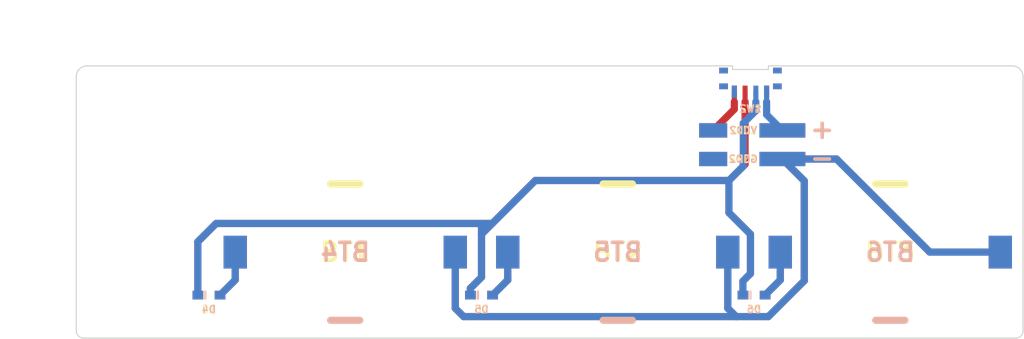
<source format=kicad_pcb>
(kicad_pcb (version 4) (host pcbnew 4.0.7)

  (general
    (links 24)
    (no_connects 4)
    (area 72.150001 35.3 215.100001 82.075001)
    (thickness 1.6)
    (drawings 26)
    (tracks 84)
    (zones 0)
    (modules 21)
    (nets 13)
  )

  (page A4)
  (layers
    (0 F.Cu signal)
    (31 B.Cu signal)
    (32 B.Adhes user)
    (33 F.Adhes user)
    (34 B.Paste user)
    (35 F.Paste user)
    (36 B.SilkS user)
    (37 F.SilkS user)
    (38 B.Mask user)
    (39 F.Mask user)
    (40 Dwgs.User user)
    (41 Cmts.User user)
    (42 Eco1.User user)
    (43 Eco2.User user)
    (44 Edge.Cuts user)
    (45 Margin user)
    (46 B.CrtYd user)
    (47 F.CrtYd user)
    (48 B.Fab user)
    (49 F.Fab user hide)
  )

  (setup
    (last_trace_width 1)
    (trace_clearance 0.2)
    (zone_clearance 0.3)
    (zone_45_only yes)
    (trace_min 0.2)
    (segment_width 0.5)
    (edge_width 0.15)
    (via_size 0.6)
    (via_drill 0.4)
    (via_min_size 0.4)
    (via_min_drill 0.3)
    (uvia_size 0.3)
    (uvia_drill 0.1)
    (uvias_allowed no)
    (uvia_min_size 0.2)
    (uvia_min_drill 0.1)
    (pcb_text_width 0.3)
    (pcb_text_size 1.5 1.5)
    (mod_edge_width 0.15)
    (mod_text_size 1 1)
    (mod_text_width 0.15)
    (pad_size 1.2 0.8)
    (pad_drill 0)
    (pad_to_mask_clearance 0.2)
    (aux_axis_origin 83 82)
    (grid_origin 215 44)
    (visible_elements 7FFFF7FF)
    (pcbplotparams
      (layerselection 0x010f0_80000001)
      (usegerberextensions true)
      (excludeedgelayer true)
      (linewidth 0.100000)
      (plotframeref false)
      (viasonmask false)
      (mode 1)
      (useauxorigin false)
      (hpglpennumber 1)
      (hpglpenspeed 20)
      (hpglpendiameter 15)
      (hpglpenoverlay 2)
      (psnegative false)
      (psa4output false)
      (plotreference true)
      (plotvalue true)
      (plotinvisibletext false)
      (padsonsilk false)
      (subtractmaskfromsilk true)
      (outputformat 1)
      (mirror false)
      (drillshape 0)
      (scaleselection 1)
      (outputdirectory Gerber/))
  )

  (net 0 "")
  (net 1 "Net-(BT1-Pad2)")
  (net 2 "Net-(BT1-Pad1)")
  (net 3 "Net-(BT2-Pad1)")
  (net 4 "Net-(BT3-Pad1)")
  (net 5 "Net-(D1-Pad1)")
  (net 6 "Net-(BT4-Pad2)")
  (net 7 "Net-(BT4-Pad1)")
  (net 8 "Net-(BT5-Pad1)")
  (net 9 "Net-(BT6-Pad1)")
  (net 10 "Net-(D4-Pad1)")
  (net 11 "Net-(SW1-Pad3)")
  (net 12 "Net-(SW2-Pad3)")

  (net_class Default "これは標準のネット クラスです。"
    (clearance 0.2)
    (trace_width 1)
    (via_dia 0.6)
    (via_drill 0.4)
    (uvia_dia 0.3)
    (uvia_drill 0.1)
    (add_net "Net-(BT1-Pad1)")
    (add_net "Net-(BT1-Pad2)")
    (add_net "Net-(BT2-Pad1)")
    (add_net "Net-(BT3-Pad1)")
    (add_net "Net-(BT4-Pad1)")
    (add_net "Net-(BT4-Pad2)")
    (add_net "Net-(BT5-Pad1)")
    (add_net "Net-(BT6-Pad1)")
  )

  (net_class 0.7 ""
    (clearance 0.2)
    (trace_width 0.7)
    (via_dia 0.6)
    (via_drill 0.4)
    (uvia_dia 0.3)
    (uvia_drill 0.1)
    (add_net "Net-(D1-Pad1)")
    (add_net "Net-(D4-Pad1)")
    (add_net "Net-(SW1-Pad3)")
    (add_net "Net-(SW2-Pad3)")
  )

  (module Mounting_Holes:MountingHole_2.2mm_M2 (layer F.Cu) (tedit 5AAA1A6E) (tstamp 5AAA0381)
    (at 101.5 62.5)
    (descr "Mounting Hole 2.2mm, no annular, M2")
    (tags "mounting hole 2.2mm no annular m2")
    (attr virtual)
    (fp_text reference REF** (at 0 -3.2) (layer F.SilkS) hide
      (effects (font (size 1 1) (thickness 0.15)))
    )
    (fp_text value MountingHole_2.2mm_M2 (at 0 3.2) (layer F.Fab)
      (effects (font (size 1 1) (thickness 0.15)))
    )
    (fp_text user %R (at 0.3 0) (layer F.Fab)
      (effects (font (size 1 1) (thickness 0.15)))
    )
    (fp_circle (center 0 0) (end 2.2 0) (layer Cmts.User) (width 0.15))
    (fp_circle (center 0 0) (end 2.45 0) (layer F.CrtYd) (width 0.05))
    (pad 1 np_thru_hole circle (at 0 0) (size 2.2 2.2) (drill 2.2) (layers *.Cu *.Mask))
  )

  (module Mounting_Holes:MountingHole_2.2mm_M2 (layer F.Cu) (tedit 5AAA1A6B) (tstamp 5AAA03A7)
    (at 139.5 62.5)
    (descr "Mounting Hole 2.2mm, no annular, M2")
    (tags "mounting hole 2.2mm no annular m2")
    (attr virtual)
    (fp_text reference REF** (at 0 -3.2) (layer F.SilkS) hide
      (effects (font (size 1 1) (thickness 0.15)))
    )
    (fp_text value MountingHole_2.2mm_M2 (at 0 3.2) (layer F.Fab)
      (effects (font (size 1 1) (thickness 0.15)))
    )
    (fp_text user %R (at 0.3 0) (layer F.Fab)
      (effects (font (size 1 1) (thickness 0.15)))
    )
    (fp_circle (center 0 0) (end 2.2 0) (layer Cmts.User) (width 0.15))
    (fp_circle (center 0 0) (end 2.45 0) (layer F.CrtYd) (width 0.05))
    (pad 1 np_thru_hole circle (at 0 0) (size 2.2 2.2) (drill 2.2) (layers *.Cu *.Mask))
  )

  (module Mounting_Holes:MountingHole_2.2mm_M2 (layer F.Cu) (tedit 5AAA1A69) (tstamp 5AAA03AF)
    (at 177.5 62.5)
    (descr "Mounting Hole 2.2mm, no annular, M2")
    (tags "mounting hole 2.2mm no annular m2")
    (attr virtual)
    (fp_text reference REF** (at 0 -3.2) (layer F.SilkS) hide
      (effects (font (size 1 1) (thickness 0.15)))
    )
    (fp_text value MountingHole_2.2mm_M2 (at 0 3.2) (layer F.Fab)
      (effects (font (size 1 1) (thickness 0.15)))
    )
    (fp_text user %R (at 0.3 0) (layer F.Fab)
      (effects (font (size 1 1) (thickness 0.15)))
    )
    (fp_circle (center 0 0) (end 2.2 0) (layer Cmts.User) (width 0.15))
    (fp_circle (center 0 0) (end 2.45 0) (layer F.CrtYd) (width 0.05))
    (pad 1 np_thru_hole circle (at 0 0) (size 2.2 2.2) (drill 2.2) (layers *.Cu *.Mask))
  )

  (module Footprints:BHSD-2032-SM (layer F.Cu) (tedit 5AAD11BB) (tstamp 5AA60B73)
    (at 196.5 70)
    (path /5A965665)
    (fp_text reference BT3 (at 0 0) (layer F.SilkS)
      (effects (font (size 2.5 2.5) (thickness 0.5)))
    )
    (fp_text value Battery_Cell (at 0 3.048) (layer F.Fab)
      (effects (font (size 1 1) (thickness 0.15)))
    )
    (fp_line (start -2.04 -9.52) (end 2.04 -9.52) (layer F.SilkS) (width 1))
    (fp_line (start -14 -8) (end -14 8) (layer F.CrtYd) (width 0.15))
    (fp_line (start -14 8) (end 14 8) (layer F.CrtYd) (width 0.15))
    (fp_line (start 14 8) (end 14 -8) (layer F.CrtYd) (width 0.15))
    (fp_line (start 14 -8) (end -14 -8) (layer F.CrtYd) (width 0.15))
    (fp_circle (center 0 0) (end 0 -11.5) (layer F.CrtYd) (width 0.15))
    (pad 2 smd rect (at 15.34 0) (size 3.25 4.57) (layers F.Cu F.Paste F.Mask)
      (net 1 "Net-(BT1-Pad2)"))
    (pad 1 smd rect (at -15.34 0) (size 3.25 4.57) (layers F.Cu F.Paste F.Mask)
      (net 4 "Net-(BT3-Pad1)"))
  )

  (module Footprints:BHSD-2032-SM (layer F.Cu) (tedit 5AAD11BB) (tstamp 5AA60B6D)
    (at 158.5 70)
    (path /5A965629)
    (fp_text reference BT2 (at 0 0) (layer F.SilkS)
      (effects (font (size 2.5 2.5) (thickness 0.5)))
    )
    (fp_text value Battery_Cell (at 0 3.048) (layer F.Fab)
      (effects (font (size 1 1) (thickness 0.15)))
    )
    (fp_line (start -2.04 -9.52) (end 2.04 -9.52) (layer F.SilkS) (width 1))
    (fp_line (start -14 -8) (end -14 8) (layer F.CrtYd) (width 0.15))
    (fp_line (start -14 8) (end 14 8) (layer F.CrtYd) (width 0.15))
    (fp_line (start 14 8) (end 14 -8) (layer F.CrtYd) (width 0.15))
    (fp_line (start 14 -8) (end -14 -8) (layer F.CrtYd) (width 0.15))
    (fp_circle (center 0 0) (end 0 -11.5) (layer F.CrtYd) (width 0.15))
    (pad 2 smd rect (at 15.34 0) (size 3.25 4.57) (layers F.Cu F.Paste F.Mask)
      (net 1 "Net-(BT1-Pad2)"))
    (pad 1 smd rect (at -15.34 0) (size 3.25 4.57) (layers F.Cu F.Paste F.Mask)
      (net 3 "Net-(BT2-Pad1)"))
  )

  (module Footprints:BHSD-2032-SM (layer F.Cu) (tedit 5AAD11BB) (tstamp 5AA60B67)
    (at 120.5 70)
    (path /5A9655B9)
    (fp_text reference BT1 (at 0 0) (layer F.SilkS)
      (effects (font (size 2.5 2.5) (thickness 0.5)))
    )
    (fp_text value Battery_Cell (at 0 3.048) (layer F.Fab)
      (effects (font (size 1 1) (thickness 0.15)))
    )
    (fp_line (start -2.04 -9.52) (end 2.04 -9.52) (layer F.SilkS) (width 1))
    (fp_line (start -14 -8) (end -14 8) (layer F.CrtYd) (width 0.15))
    (fp_line (start -14 8) (end 14 8) (layer F.CrtYd) (width 0.15))
    (fp_line (start 14 8) (end 14 -8) (layer F.CrtYd) (width 0.15))
    (fp_line (start 14 -8) (end -14 -8) (layer F.CrtYd) (width 0.15))
    (fp_circle (center 0 0) (end 0 -11.5) (layer F.CrtYd) (width 0.15))
    (pad 2 smd rect (at 15.34 0) (size 3.25 4.57) (layers F.Cu F.Paste F.Mask)
      (net 1 "Net-(BT1-Pad2)"))
    (pad 1 smd rect (at -15.34 0) (size 3.25 4.57) (layers F.Cu F.Paste F.Mask)
      (net 2 "Net-(BT1-Pad1)"))
  )

  (module Footprints:BHSD-2032-SM (layer B.Cu) (tedit 5AAD11BB) (tstamp 5AAA0068)
    (at 120.5 70)
    (path /5AAA03B9)
    (fp_text reference BT4 (at 0 0) (layer B.SilkS)
      (effects (font (size 2.5 2.5) (thickness 0.5)) (justify mirror))
    )
    (fp_text value Battery_Cell (at 0 -3.048) (layer B.Fab)
      (effects (font (size 1 1) (thickness 0.15)) (justify mirror))
    )
    (fp_line (start -2.04 9.52) (end 2.04 9.52) (layer B.SilkS) (width 1))
    (fp_line (start -14 8) (end -14 -8) (layer B.CrtYd) (width 0.15))
    (fp_line (start -14 -8) (end 14 -8) (layer B.CrtYd) (width 0.15))
    (fp_line (start 14 -8) (end 14 8) (layer B.CrtYd) (width 0.15))
    (fp_line (start 14 8) (end -14 8) (layer B.CrtYd) (width 0.15))
    (fp_circle (center 0 0) (end 0 11.5) (layer B.CrtYd) (width 0.15))
    (pad 2 smd rect (at 15.34 0) (size 3.25 4.57) (layers B.Cu B.Paste B.Mask)
      (net 6 "Net-(BT4-Pad2)"))
    (pad 1 smd rect (at -15.34 0) (size 3.25 4.57) (layers B.Cu B.Paste B.Mask)
      (net 7 "Net-(BT4-Pad1)"))
  )

  (module Footprints:BHSD-2032-SM (layer B.Cu) (tedit 5AAD11BB) (tstamp 5AAA006E)
    (at 158.5 70)
    (path /5AAA03BF)
    (fp_text reference BT5 (at 0 0) (layer B.SilkS)
      (effects (font (size 2.5 2.5) (thickness 0.5)) (justify mirror))
    )
    (fp_text value Battery_Cell (at 0 -3.048) (layer B.Fab)
      (effects (font (size 1 1) (thickness 0.15)) (justify mirror))
    )
    (fp_line (start -2.04 9.52) (end 2.04 9.52) (layer B.SilkS) (width 1))
    (fp_line (start -14 8) (end -14 -8) (layer B.CrtYd) (width 0.15))
    (fp_line (start -14 -8) (end 14 -8) (layer B.CrtYd) (width 0.15))
    (fp_line (start 14 -8) (end 14 8) (layer B.CrtYd) (width 0.15))
    (fp_line (start 14 8) (end -14 8) (layer B.CrtYd) (width 0.15))
    (fp_circle (center 0 0) (end 0 11.5) (layer B.CrtYd) (width 0.15))
    (pad 2 smd rect (at 15.34 0) (size 3.25 4.57) (layers B.Cu B.Paste B.Mask)
      (net 6 "Net-(BT4-Pad2)"))
    (pad 1 smd rect (at -15.34 0) (size 3.25 4.57) (layers B.Cu B.Paste B.Mask)
      (net 8 "Net-(BT5-Pad1)"))
  )

  (module Footprints:BHSD-2032-SM (layer B.Cu) (tedit 5AAD11BB) (tstamp 5AAA0074)
    (at 196.5 70)
    (path /5AAA03C5)
    (fp_text reference BT6 (at 0 0) (layer B.SilkS)
      (effects (font (size 2.5 2.5) (thickness 0.5)) (justify mirror))
    )
    (fp_text value Battery_Cell (at 0 -3.048) (layer B.Fab)
      (effects (font (size 1 1) (thickness 0.15)) (justify mirror))
    )
    (fp_line (start -2.04 9.52) (end 2.04 9.52) (layer B.SilkS) (width 1))
    (fp_line (start -14 8) (end -14 -8) (layer B.CrtYd) (width 0.15))
    (fp_line (start -14 -8) (end 14 -8) (layer B.CrtYd) (width 0.15))
    (fp_line (start 14 -8) (end 14 8) (layer B.CrtYd) (width 0.15))
    (fp_line (start 14 8) (end -14 8) (layer B.CrtYd) (width 0.15))
    (fp_circle (center 0 0) (end 0 11.5) (layer B.CrtYd) (width 0.15))
    (pad 2 smd rect (at 15.34 0) (size 3.25 4.57) (layers B.Cu B.Paste B.Mask)
      (net 6 "Net-(BT4-Pad2)"))
    (pad 1 smd rect (at -15.34 0) (size 3.25 4.57) (layers B.Cu B.Paste B.Mask)
      (net 9 "Net-(BT6-Pad1)"))
  )

  (module Footprints:SS2040FL (layer B.Cu) (tedit 5AAD1228) (tstamp 5AAA0086)
    (at 177.5 76)
    (path /5AAA03F2)
    (fp_text reference D6 (at 0 2) (layer B.SilkS)
      (effects (font (size 1 1) (thickness 0.2)) (justify mirror))
    )
    (fp_text value D_Schottky (at 0 1.778) (layer B.Fab)
      (effects (font (size 1 1) (thickness 0.15)) (justify mirror))
    )
    (fp_line (start -0.508 0.508) (end -0.508 -0.508) (layer B.SilkS) (width 0.3))
    (pad 2 smd rect (at 1.55 0) (size 1.5 1.2) (layers B.Cu B.Paste B.Mask)
      (net 9 "Net-(BT6-Pad1)"))
    (pad 1 smd rect (at -1.55 0) (size 1.5 1.2) (layers B.Cu B.Paste B.Mask)
      (net 10 "Net-(D4-Pad1)"))
  )

  (module Footprints:SS2040FL (layer B.Cu) (tedit 5AAD1239) (tstamp 5AAA0080)
    (at 139.5 76)
    (path /5AAA03EC)
    (fp_text reference D5 (at 0 2) (layer B.SilkS)
      (effects (font (size 1 1) (thickness 0.2)) (justify mirror))
    )
    (fp_text value D_Schottky (at 0 1.778) (layer B.Fab)
      (effects (font (size 1 1) (thickness 0.15)) (justify mirror))
    )
    (fp_line (start -0.508 0.508) (end -0.508 -0.508) (layer B.SilkS) (width 0.3))
    (pad 2 smd rect (at 1.55 0) (size 1.5 1.2) (layers B.Cu B.Paste B.Mask)
      (net 8 "Net-(BT5-Pad1)"))
    (pad 1 smd rect (at -1.55 0) (size 1.5 1.2) (layers B.Cu B.Paste B.Mask)
      (net 10 "Net-(D4-Pad1)"))
  )

  (module Footprints:SS2040FL (layer B.Cu) (tedit 5AAD123E) (tstamp 5AAA007A)
    (at 101.5 76)
    (path /5AAA03E6)
    (fp_text reference D4 (at 0 2) (layer B.SilkS)
      (effects (font (size 1 1) (thickness 0.2)) (justify mirror))
    )
    (fp_text value D_Schottky (at 0 1.778) (layer B.Fab)
      (effects (font (size 1 1) (thickness 0.15)) (justify mirror))
    )
    (fp_line (start -0.508 0.508) (end -0.508 -0.508) (layer B.SilkS) (width 0.3))
    (pad 2 smd rect (at 1.55 0) (size 1.5 1.2) (layers B.Cu B.Paste B.Mask)
      (net 7 "Net-(BT4-Pad1)"))
    (pad 1 smd rect (at -1.55 0) (size 1.5 1.2) (layers B.Cu B.Paste B.Mask)
      (net 10 "Net-(D4-Pad1)"))
  )

  (module Footprints:SS2040FL (layer F.Cu) (tedit 5AAD1224) (tstamp 5AA60B88)
    (at 177.5 76)
    (path /5A9664BB)
    (fp_text reference D3 (at 0 2) (layer F.SilkS)
      (effects (font (size 1 1) (thickness 0.2)))
    )
    (fp_text value D_Schottky (at 0 -1.778) (layer F.Fab)
      (effects (font (size 1 1) (thickness 0.15)))
    )
    (fp_line (start -0.508 -0.508) (end -0.508 0.508) (layer F.SilkS) (width 0.3))
    (pad 2 smd rect (at 1.55 0) (size 1.5 1.2) (layers F.Cu F.Paste F.Mask)
      (net 4 "Net-(BT3-Pad1)"))
    (pad 1 smd rect (at -1.55 0) (size 1.5 1.2) (layers F.Cu F.Paste F.Mask)
      (net 5 "Net-(D1-Pad1)"))
  )

  (module Footprints:SS2040FL (layer F.Cu) (tedit 5AAD1237) (tstamp 5AA60B81)
    (at 139.5 76)
    (path /5A96648C)
    (fp_text reference D2 (at 0 2) (layer F.SilkS)
      (effects (font (size 1 1) (thickness 0.2)))
    )
    (fp_text value D_Schottky (at 0 -1.778) (layer F.Fab)
      (effects (font (size 1 1) (thickness 0.15)))
    )
    (fp_line (start -0.508 -0.508) (end -0.508 0.508) (layer F.SilkS) (width 0.3))
    (pad 2 smd rect (at 1.55 0) (size 1.5 1.2) (layers F.Cu F.Paste F.Mask)
      (net 3 "Net-(BT2-Pad1)"))
    (pad 1 smd rect (at -1.55 0) (size 1.5 1.2) (layers F.Cu F.Paste F.Mask)
      (net 5 "Net-(D1-Pad1)"))
  )

  (module Footprints:SS2040FL (layer F.Cu) (tedit 5AAD1240) (tstamp 5AA60B7A)
    (at 101.5 76)
    (path /5A966236)
    (fp_text reference D1 (at 0 2) (layer F.SilkS)
      (effects (font (size 1 1) (thickness 0.2)))
    )
    (fp_text value D_Schottky (at 0 -1.778) (layer F.Fab)
      (effects (font (size 1 1) (thickness 0.15)))
    )
    (fp_line (start -0.508 -0.508) (end -0.508 0.508) (layer F.SilkS) (width 0.3))
    (pad 2 smd rect (at 1.55 0) (size 1.5 1.2) (layers F.Cu F.Paste F.Mask)
      (net 2 "Net-(BT1-Pad1)"))
    (pad 1 smd rect (at -1.55 0) (size 1.5 1.2) (layers F.Cu F.Paste F.Mask)
      (net 5 "Net-(D1-Pad1)"))
  )

  (module Footprints:SSSS811101 (layer B.Cu) (tedit 5AADF463) (tstamp 5AAA009F)
    (at 177 45.75)
    (path /5AAA03F8)
    (fp_text reference SW2 (at 0 4.25) (layer B.SilkS)
      (effects (font (size 1 1) (thickness 0.2)) (justify mirror))
    )
    (fp_text value SW_SPDT (at 0 -3.81) (layer B.Fab)
      (effects (font (size 1 1) (thickness 0.15)) (justify mirror))
    )
    (fp_line (start 1.5 -2.2) (end 1.5 -1.3) (layer B.CrtYd) (width 0.15))
    (fp_line (start 0.2 -2.2) (end 1.5 -2.2) (layer B.CrtYd) (width 0.15))
    (fp_line (start 0.2 -1.3) (end 0.2 -2.2) (layer B.CrtYd) (width 0.15))
    (fp_line (start -3.35 1.3) (end -3.35 -1.3) (layer B.CrtYd) (width 0.15))
    (fp_line (start 3.35 -1.3) (end -3.35 -1.3) (layer B.CrtYd) (width 0.15))
    (fp_line (start 3.35 1.3) (end 3.35 -1.3) (layer B.CrtYd) (width 0.15))
    (fp_line (start -3.35 1.3) (end 3.35 1.3) (layer B.CrtYd) (width 0.15))
    (pad "" np_thru_hole circle (at -1.5 0) (size 0.9 0.9) (drill 0.9) (layers *.Cu *.Mask))
    (pad "" np_thru_hole circle (at 1.5 0) (size 0.9 0.9) (drill 0.9) (layers *.Cu *.Mask))
    (pad "" smd rect (at -3.75 -1.1) (size 1.2 0.8) (layers B.Cu B.Paste B.Mask))
    (pad "" smd rect (at -3.75 1.1) (size 1.2 0.8) (layers B.Cu B.Paste B.Mask))
    (pad "" smd rect (at 3.75 -1.1) (size 1.2 0.8) (layers B.Cu B.Paste B.Mask))
    (pad "" smd rect (at 3.75 1.1) (size 1.2 0.8) (layers B.Cu B.Paste B.Mask))
    (pad 1 smd rect (at -2.25 1.85) (size 0.7 1.7) (layers B.Cu B.Paste B.Mask))
    (pad 2 smd rect (at 0.75 1.85) (size 0.7 1.7) (layers B.Cu B.Paste B.Mask)
      (net 10 "Net-(D4-Pad1)"))
    (pad 3 smd rect (at 2.25 1.85) (size 0.7 1.7) (layers B.Cu B.Paste B.Mask)
      (net 12 "Net-(SW2-Pad3)"))
  )

  (module Footprints:SSSS811101 (layer F.Cu) (tedit 5AADE269) (tstamp 5AA9E258)
    (at 177 45.75 180)
    (path /5AA5D364)
    (fp_text reference SW1 (at 0 -4.25 180) (layer F.SilkS)
      (effects (font (size 1 1) (thickness 0.2)))
    )
    (fp_text value SW_SPDT (at 0 3.81 180) (layer F.Fab)
      (effects (font (size 1 1) (thickness 0.15)))
    )
    (fp_line (start 1.5 2.2) (end 1.5 1.3) (layer F.CrtYd) (width 0.15))
    (fp_line (start 0.2 2.2) (end 1.5 2.2) (layer F.CrtYd) (width 0.15))
    (fp_line (start 0.2 1.3) (end 0.2 2.2) (layer F.CrtYd) (width 0.15))
    (fp_line (start -3.35 -1.3) (end -3.35 1.3) (layer F.CrtYd) (width 0.15))
    (fp_line (start 3.35 1.3) (end -3.35 1.3) (layer F.CrtYd) (width 0.15))
    (fp_line (start 3.35 -1.3) (end 3.35 1.3) (layer F.CrtYd) (width 0.15))
    (fp_line (start -3.35 -1.3) (end 3.35 -1.3) (layer F.CrtYd) (width 0.15))
    (pad "" np_thru_hole circle (at -1.5 0 180) (size 0.9 0.9) (drill 0.9) (layers *.Cu *.Mask))
    (pad "" np_thru_hole circle (at 1.5 0 180) (size 0.9 0.9) (drill 0.9) (layers *.Cu *.Mask))
    (pad "" smd rect (at -3.75 1.1 180) (size 1.2 0.8) (layers F.Cu F.Paste F.Mask))
    (pad "" smd rect (at -3.75 -1.1 180) (size 1.2 0.8) (layers F.Cu F.Paste F.Mask))
    (pad "" smd rect (at 3.75 1.1 180) (size 1.2 0.8) (layers F.Cu F.Paste F.Mask))
    (pad "" smd rect (at 3.75 -1.1 180) (size 1.2 0.8) (layers F.Cu F.Paste F.Mask))
    (pad 1 smd rect (at -2.25 -1.85 180) (size 0.7 1.7) (layers F.Cu F.Paste F.Mask))
    (pad 2 smd rect (at 0.75 -1.85 180) (size 0.7 1.7) (layers F.Cu F.Paste F.Mask)
      (net 5 "Net-(D1-Pad1)"))
    (pad 3 smd rect (at 2.25 -1.85 180) (size 0.7 1.7) (layers F.Cu F.Paste F.Mask)
      (net 11 "Net-(SW1-Pad3)"))
  )

  (module Footprints:2060 (layer B.Cu) (tedit 5AAD183F) (tstamp 5AAA00AB)
    (at 176 53 180)
    (path /5AAA03DA)
    (fp_text reference VDD2 (at 0 0 180) (layer B.SilkS)
      (effects (font (size 1 1) (thickness 0.2)) (justify mirror))
    )
    (fp_text value Conn_01x01 (at 0 0 180) (layer B.Fab)
      (effects (font (size 1 1) (thickness 0.15)) (justify mirror))
    )
    (pad 1 smd rect (at -5.45 0 180) (size 6.4 2) (layers B.Cu B.Paste B.Mask)
      (net 12 "Net-(SW2-Pad3)"))
    (pad 1 smd rect (at 4.2 0 180) (size 3.9 2) (layers B.Cu B.Paste B.Mask)
      (net 12 "Net-(SW2-Pad3)"))
  )

  (module Footprints:2060 (layer F.Cu) (tedit 5AAD18B8) (tstamp 5AAA00A5)
    (at 176 53 180)
    (path /5A965A5F)
    (fp_text reference VDD1 (at 0 0 180) (layer F.SilkS)
      (effects (font (size 1 1) (thickness 0.2)))
    )
    (fp_text value Conn_01x01 (at 0 0 180) (layer F.Fab)
      (effects (font (size 1 1) (thickness 0.15)))
    )
    (pad 1 smd rect (at -5.45 0 180) (size 6.4 2) (layers F.Cu F.Paste F.Mask)
      (net 11 "Net-(SW1-Pad3)"))
    (pad 1 smd rect (at 4.2 0 180) (size 3.9 2) (layers F.Cu F.Paste F.Mask)
      (net 11 "Net-(SW1-Pad3)"))
  )

  (module Footprints:2060 (layer B.Cu) (tedit 5AAD1841) (tstamp 5AAA0092)
    (at 176 57 180)
    (path /5AAA03E0)
    (fp_text reference GND2 (at 0 0 180) (layer B.SilkS)
      (effects (font (size 1 1) (thickness 0.2)) (justify mirror))
    )
    (fp_text value Conn_01x01 (at 0 0 180) (layer B.Fab)
      (effects (font (size 1 1) (thickness 0.15)) (justify mirror))
    )
    (pad 1 smd rect (at -5.45 0 180) (size 6.4 2) (layers B.Cu B.Paste B.Mask)
      (net 6 "Net-(BT4-Pad2)"))
    (pad 1 smd rect (at 4.2 0 180) (size 3.9 2) (layers B.Cu B.Paste B.Mask)
      (net 6 "Net-(BT4-Pad2)"))
  )

  (module Footprints:2060 (layer F.Cu) (tedit 5AAD18B5) (tstamp 5AAA008C)
    (at 176 57 180)
    (path /5A965B39)
    (fp_text reference GND1 (at 0 0 180) (layer F.SilkS)
      (effects (font (size 1 1) (thickness 0.2)))
    )
    (fp_text value Conn_01x01 (at 0 0 180) (layer F.Fab)
      (effects (font (size 1 1) (thickness 0.15)))
    )
    (pad 1 smd rect (at -5.45 0 180) (size 6.4 2) (layers F.Cu F.Paste F.Mask)
      (net 1 "Net-(BT1-Pad2)"))
    (pad 1 smd rect (at 4.2 0 180) (size 3.9 2) (layers F.Cu F.Paste F.Mask)
      (net 1 "Net-(BT1-Pad2)"))
  )

  (dimension 38 (width 0.3) (layer Cmts.User)
    (gr_text "38.000 mm" (at 78.65 63 270) (layer Cmts.User)
      (effects (font (size 1.5 1.5) (thickness 0.3)))
    )
    (feature1 (pts (xy 83 82) (xy 77.3 82)))
    (feature2 (pts (xy 83 44) (xy 77.3 44)))
    (crossbar (pts (xy 80 44) (xy 80 82)))
    (arrow1a (pts (xy 80 82) (xy 79.413579 80.873496)))
    (arrow1b (pts (xy 80 82) (xy 80.586421 80.873496)))
    (arrow2a (pts (xy 80 44) (xy 79.413579 45.126504)))
    (arrow2b (pts (xy 80 44) (xy 80.586421 45.126504)))
  )
  (dimension 132 (width 0.3) (layer Cmts.User)
    (gr_text "132.000 mm" (at 149 36.65) (layer Cmts.User)
      (effects (font (size 1.5 1.5) (thickness 0.3)))
    )
    (feature1 (pts (xy 215 44) (xy 215 35.3)))
    (feature2 (pts (xy 83 44) (xy 83 35.3)))
    (crossbar (pts (xy 83 38) (xy 215 38)))
    (arrow1a (pts (xy 215 38) (xy 213.873496 38.586421)))
    (arrow1b (pts (xy 215 38) (xy 213.873496 37.413579)))
    (arrow2a (pts (xy 83 38) (xy 84.126504 38.586421)))
    (arrow2b (pts (xy 83 38) (xy 84.126504 37.413579)))
  )
  (gr_line (start 186 57) (end 188 57) (angle 90) (layer B.SilkS) (width 0.5))
  (gr_line (start 187 52) (end 187 54) (angle 90) (layer B.SilkS) (width 0.5))
  (gr_line (start 186 53) (end 188 53) (angle 90) (layer B.SilkS) (width 0.5))
  (gr_line (start 186 57) (end 188 57) (angle 90) (layer F.SilkS) (width 0.5))
  (gr_line (start 187 52) (end 187 54) (angle 90) (layer F.SilkS) (width 0.5))
  (gr_line (start 186 53) (end 188 53) (angle 90) (layer F.SilkS) (width 0.5))
  (gr_line (start 174.5 44) (end 84.5 44) (angle 90) (layer Edge.Cuts) (width 0.15))
  (gr_line (start 174.5 44.5) (end 174.5 44) (angle 90) (layer Edge.Cuts) (width 0.15))
  (gr_line (start 179.5 44.5) (end 174.5 44.5) (angle 90) (layer Edge.Cuts) (width 0.15))
  (gr_line (start 179.5 44) (end 179.5 44.5) (angle 90) (layer Edge.Cuts) (width 0.15))
  (gr_line (start 213.5 44) (end 179.5 44) (angle 90) (layer Edge.Cuts) (width 0.15))
  (gr_line (start 83 81) (end 83 45.5) (angle 90) (layer Edge.Cuts) (width 0.15))
  (gr_line (start 215 45.5) (end 215 81) (angle 90) (layer Edge.Cuts) (width 0.15))
  (gr_line (start 214 82) (end 84 82) (angle 90) (layer Edge.Cuts) (width 0.15))
  (gr_arc (start 214 81) (end 215 81) (angle 90) (layer Edge.Cuts) (width 0.15))
  (gr_arc (start 84 81) (end 84 82) (angle 90) (layer Edge.Cuts) (width 0.15))
  (gr_circle (center 101.5 62.5) (end 102.5 61.5) (layer Cmts.User) (width 0.2))
  (gr_circle (center 139.5 62.5) (end 141 62) (layer Cmts.User) (width 0.2))
  (gr_circle (center 177.5 62.5) (end 178.5 61.5) (layer Cmts.User) (width 0.2))
  (gr_circle (center 149 52) (end 157 52) (layer F.CrtYd) (width 0.2) (tstamp 5AA617F1))
  (gr_circle (center 91 52) (end 99 52) (layer F.CrtYd) (width 0.2) (tstamp 5AA61728))
  (gr_circle (center 207 52) (end 215 52) (layer F.CrtYd) (width 0.2))
  (gr_arc (start 213.5 45.5) (end 213.5 44) (angle 90) (layer Edge.Cuts) (width 0.15))
  (gr_arc (start 84.5 45.5) (end 83 45.5) (angle 90) (layer Edge.Cuts) (width 0.15))

  (segment (start 135.84 70) (end 135.84 77.84) (width 1) (layer F.Cu) (net 1))
  (segment (start 137 79) (end 175 79) (width 1) (layer F.Cu) (net 1) (tstamp 5AADF3FF))
  (segment (start 135.84 77.84) (end 137 79) (width 1) (layer F.Cu) (net 1) (tstamp 5AADF3FA))
  (segment (start 173.84 70) (end 173.84 77.84) (width 1) (layer F.Cu) (net 1))
  (segment (start 184.5 60.05) (end 181.45 57) (width 1) (layer F.Cu) (net 1) (tstamp 5AADF3F5))
  (segment (start 184.5 74) (end 184.5 60.05) (width 1) (layer F.Cu) (net 1) (tstamp 5AADF3F1))
  (segment (start 179.5 79) (end 184.5 74) (width 1) (layer F.Cu) (net 1) (tstamp 5AADF3EF))
  (segment (start 175 79) (end 179.5 79) (width 1) (layer F.Cu) (net 1) (tstamp 5AADF3EC))
  (segment (start 173.84 77.84) (end 175 79) (width 1) (layer F.Cu) (net 1) (tstamp 5AADF3E5))
  (segment (start 211.84 70) (end 202 70) (width 1) (layer F.Cu) (net 1))
  (segment (start 189 57) (end 181.45 57) (width 1) (layer F.Cu) (net 1) (tstamp 5AADF3D9))
  (segment (start 202 70) (end 189 57) (width 1) (layer F.Cu) (net 1) (tstamp 5AADF3CA))
  (segment (start 105.16 70) (end 105.16 73.89) (width 1) (layer F.Cu) (net 2))
  (segment (start 105.16 73.89) (end 103.05 76) (width 1) (layer F.Cu) (net 2) (tstamp 5AADDC44))
  (segment (start 143.16 70) (end 143.16 73.89) (width 1) (layer F.Cu) (net 3))
  (segment (start 143.16 73.89) (end 141.05 76) (width 1) (layer F.Cu) (net 3) (tstamp 5AADDC41))
  (segment (start 181.16 70) (end 181.16 73.89) (width 1) (layer F.Cu) (net 4))
  (segment (start 181.16 73.89) (end 179.05 76) (width 1) (layer F.Cu) (net 4) (tstamp 5AADDC3D))
  (segment (start 139.5 67.5) (end 139.5 66) (width 1) (layer F.Cu) (net 5))
  (segment (start 99.95 76) (end 99.95 68.55) (width 1) (layer F.Cu) (net 5))
  (segment (start 102.5 66) (end 139.5 66) (width 1) (layer F.Cu) (net 5) (tstamp 5AADDC70))
  (segment (start 99.95 68.55) (end 102.5 66) (width 1) (layer F.Cu) (net 5) (tstamp 5AADDC6E))
  (segment (start 139.5 66) (end 141 66) (width 1) (layer F.Cu) (net 5) (tstamp 5AADDC91))
  (segment (start 137.95 76) (end 137.95 75.05) (width 1) (layer F.Cu) (net 5))
  (segment (start 147 60) (end 174 60) (width 1) (layer F.Cu) (net 5) (tstamp 5AADDC57))
  (segment (start 139.5 67.5) (end 141 66) (width 1) (layer F.Cu) (net 5) (tstamp 5AADDC4E))
  (segment (start 141 66) (end 147 60) (width 1) (layer F.Cu) (net 5) (tstamp 5AADDC7E))
  (segment (start 139.5 73.5) (end 139.5 67.5) (width 1) (layer F.Cu) (net 5) (tstamp 5AADDC4A))
  (segment (start 137.95 75.05) (end 139.5 73.5) (width 1) (layer F.Cu) (net 5) (tstamp 5AADDC48))
  (segment (start 175.95 76) (end 175.95 74.05) (width 1) (layer F.Cu) (net 5))
  (segment (start 176.25 57.75) (end 176.25 49) (width 1) (layer F.Cu) (net 5) (tstamp 5AADDC34))
  (segment (start 176.25 49) (end 176.25 47.6) (width 0.7) (layer F.Cu) (net 5) (tstamp 5AADE138))
  (segment (start 174 60) (end 176.25 57.75) (width 1) (layer F.Cu) (net 5) (tstamp 5AADDC32))
  (segment (start 174 64.5) (end 174 60) (width 1) (layer F.Cu) (net 5) (tstamp 5AADDC30))
  (segment (start 177 67.5) (end 174 64.5) (width 1) (layer F.Cu) (net 5) (tstamp 5AADDC2E))
  (segment (start 177 73) (end 177 67.5) (width 1) (layer F.Cu) (net 5) (tstamp 5AADDC2C))
  (segment (start 175.95 74.05) (end 177 73) (width 1) (layer F.Cu) (net 5) (tstamp 5AADDC28))
  (segment (start 135.84 70) (end 135.84 77.84) (width 1) (layer B.Cu) (net 6))
  (segment (start 137 79) (end 175 79) (width 1) (layer B.Cu) (net 6) (tstamp 5AADF424))
  (segment (start 135.84 77.84) (end 137 79) (width 1) (layer B.Cu) (net 6) (tstamp 5AADF423))
  (segment (start 173.84 70) (end 173.84 77.84) (width 1) (layer B.Cu) (net 6))
  (segment (start 184.5 60.05) (end 181.45 57) (width 1) (layer B.Cu) (net 6) (tstamp 5AADF420))
  (segment (start 184.5 74) (end 184.5 60.05) (width 1) (layer B.Cu) (net 6) (tstamp 5AADF41E))
  (segment (start 179.5 79) (end 184.5 74) (width 1) (layer B.Cu) (net 6) (tstamp 5AADF41C))
  (segment (start 175 79) (end 179.5 79) (width 1) (layer B.Cu) (net 6) (tstamp 5AADF41B))
  (segment (start 173.84 77.84) (end 175 79) (width 1) (layer B.Cu) (net 6) (tstamp 5AADF416))
  (segment (start 211.84 70) (end 202 70) (width 1) (layer B.Cu) (net 6))
  (segment (start 189 57) (end 181.45 57) (width 1) (layer B.Cu) (net 6) (tstamp 5AADF412))
  (segment (start 202 70) (end 189 57) (width 1) (layer B.Cu) (net 6) (tstamp 5AADF40A))
  (segment (start 105.16 70) (end 105.16 73.89) (width 1) (layer B.Cu) (net 7))
  (segment (start 105.16 73.89) (end 103.05 76) (width 1) (layer B.Cu) (net 7) (tstamp 5AADDCA1))
  (segment (start 143.16 70) (end 143.16 73.89) (width 1) (layer B.Cu) (net 8))
  (segment (start 143.16 73.89) (end 141.05 76) (width 1) (layer B.Cu) (net 8) (tstamp 5AADDC9E))
  (segment (start 181.16 70) (end 181.16 73.89) (width 1) (layer B.Cu) (net 9))
  (segment (start 181.16 73.89) (end 179.05 76) (width 1) (layer B.Cu) (net 9) (tstamp 5AADDC9A))
  (segment (start 139.5 67.5) (end 139.5 66) (width 1) (layer B.Cu) (net 10))
  (segment (start 139.5 66) (end 139.5 66.5) (width 1) (layer B.Cu) (net 10) (tstamp 5AADDCD1))
  (segment (start 139.5 66.5) (end 139.5 66) (width 1) (layer B.Cu) (net 10) (tstamp 5AADDCD3))
  (segment (start 99.95 76) (end 99.95 68.55) (width 1) (layer B.Cu) (net 10))
  (segment (start 99.95 68.55) (end 102.5 66) (width 1) (layer B.Cu) (net 10) (tstamp 5AADDCC4))
  (segment (start 102.5 66) (end 139.5 66) (width 1) (layer B.Cu) (net 10) (tstamp 5AADDCC6))
  (segment (start 139.5 66) (end 141 66) (width 1) (layer B.Cu) (net 10) (tstamp 5AADDCD4))
  (segment (start 137.95 76) (end 137.95 75.05) (width 1) (layer B.Cu) (net 10))
  (segment (start 147 60) (end 174 60) (width 1) (layer B.Cu) (net 10) (tstamp 5AADDCC0))
  (segment (start 139.5 67.5) (end 141 66) (width 1) (layer B.Cu) (net 10) (tstamp 5AADDCBD))
  (segment (start 141 66) (end 147 60) (width 1) (layer B.Cu) (net 10) (tstamp 5AADDCCF))
  (segment (start 139.5 73.5) (end 139.5 67.5) (width 1) (layer B.Cu) (net 10) (tstamp 5AADDCBC))
  (segment (start 137.95 75.05) (end 139.5 73.5) (width 1) (layer B.Cu) (net 10) (tstamp 5AADDCBB))
  (segment (start 175.95 76) (end 175.95 74.05) (width 1) (layer B.Cu) (net 10))
  (segment (start 177.75 50.25) (end 177.75 49) (width 1) (layer B.Cu) (net 10) (tstamp 5AADDCB6))
  (segment (start 177.75 49) (end 177.75 47.6) (width 0.7) (layer B.Cu) (net 10) (tstamp 5AADE16F))
  (segment (start 176 52) (end 177.75 50.25) (width 1) (layer B.Cu) (net 10) (tstamp 5AADDCB2))
  (segment (start 176 58) (end 176 52) (width 1) (layer B.Cu) (net 10) (tstamp 5AADDCAF))
  (segment (start 174 60) (end 176 58) (width 1) (layer B.Cu) (net 10) (tstamp 5AADDCAB))
  (segment (start 174 64.5) (end 174 60) (width 1) (layer B.Cu) (net 10) (tstamp 5AADDCAA))
  (segment (start 177 67.5) (end 174 64.5) (width 1) (layer B.Cu) (net 10) (tstamp 5AADDCA9))
  (segment (start 177 73) (end 177 67.5) (width 1) (layer B.Cu) (net 10) (tstamp 5AADDCA7))
  (segment (start 175.95 74.05) (end 177 73) (width 1) (layer B.Cu) (net 10) (tstamp 5AADDCA6))
  (segment (start 174.75 47.6) (end 174.75 49) (width 0.7) (layer F.Cu) (net 11))
  (segment (start 174.75 49) (end 174.75 50.05) (width 1) (layer F.Cu) (net 11) (tstamp 5AADE116))
  (segment (start 174.75 50.05) (end 171.8 53) (width 1) (layer F.Cu) (net 11) (tstamp 5AADDC38))
  (segment (start 179.25 47.6) (end 179.25 49) (width 0.7) (layer B.Cu) (net 12))
  (segment (start 179.25 49) (end 179.25 50.8) (width 1) (layer B.Cu) (net 12) (tstamp 5AADE18A))
  (segment (start 179.25 50.8) (end 181.45 53) (width 1) (layer B.Cu) (net 12) (tstamp 5AADDCD6))

)

</source>
